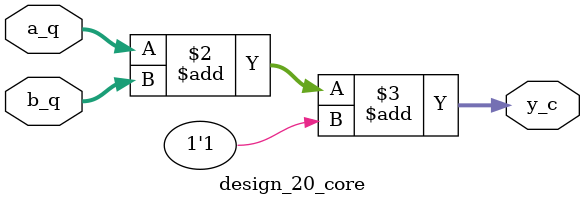
<source format=v>
module design_20_core #(
  parameter W = 8
)(
  input      [W-1:0] a_q,
  input      [W-1:0] b_q,
  output reg [W-1:0] y_c
);
  always @* begin
    y_c = a_q + b_q + 1'b1;
  end
endmodule

</source>
